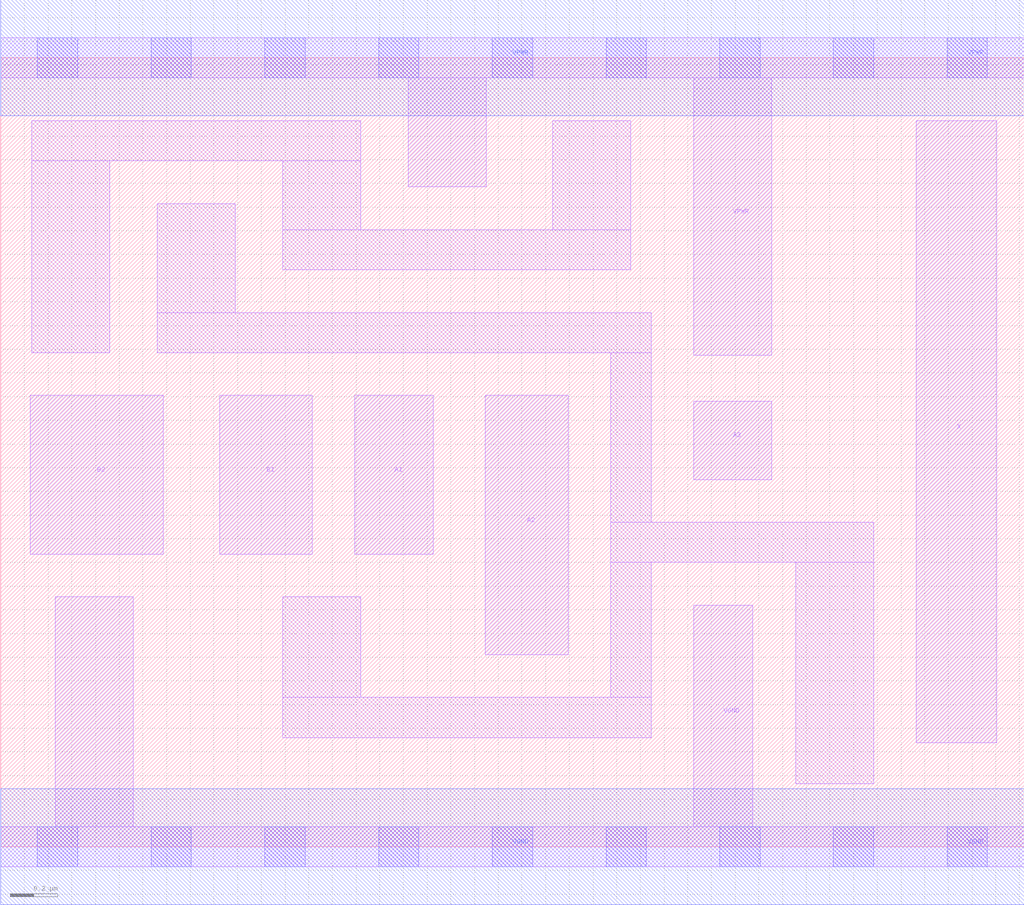
<source format=lef>
# Copyright 2020 The SkyWater PDK Authors
#
# Licensed under the Apache License, Version 2.0 (the "License");
# you may not use this file except in compliance with the License.
# You may obtain a copy of the License at
#
#     https://www.apache.org/licenses/LICENSE-2.0
#
# Unless required by applicable law or agreed to in writing, software
# distributed under the License is distributed on an "AS IS" BASIS,
# WITHOUT WARRANTIES OR CONDITIONS OF ANY KIND, either express or implied.
# See the License for the specific language governing permissions and
# limitations under the License.
#
# SPDX-License-Identifier: Apache-2.0

VERSION 5.7 ;
  NAMESCASESENSITIVE ON ;
  NOWIREEXTENSIONATPIN ON ;
  DIVIDERCHAR "/" ;
  BUSBITCHARS "[]" ;
UNITS
  DATABASE MICRONS 200 ;
END UNITS
MACRO sky130_fd_sc_lp__a32o_lp
  CLASS CORE ;
  SOURCE USER ;
  FOREIGN sky130_fd_sc_lp__a32o_lp ;
  ORIGIN  0.000000  0.000000 ;
  SIZE  4.320000 BY  3.330000 ;
  SYMMETRY X Y R90 ;
  SITE unit ;
  PIN A1
    ANTENNAGATEAREA  0.313000 ;
    DIRECTION INPUT ;
    USE SIGNAL ;
    PORT
      LAYER li1 ;
        RECT 1.495000 1.235000 1.825000 1.905000 ;
    END
  END A1
  PIN A2
    ANTENNAGATEAREA  0.313000 ;
    DIRECTION INPUT ;
    USE SIGNAL ;
    PORT
      LAYER li1 ;
        RECT 2.045000 0.810000 2.395000 1.905000 ;
    END
  END A2
  PIN A3
    ANTENNAGATEAREA  0.313000 ;
    DIRECTION INPUT ;
    USE SIGNAL ;
    PORT
      LAYER li1 ;
        RECT 2.925000 1.550000 3.255000 1.880000 ;
    END
  END A3
  PIN B1
    ANTENNAGATEAREA  0.313000 ;
    DIRECTION INPUT ;
    USE SIGNAL ;
    PORT
      LAYER li1 ;
        RECT 0.925000 1.235000 1.315000 1.905000 ;
    END
  END B1
  PIN B2
    ANTENNAGATEAREA  0.313000 ;
    DIRECTION INPUT ;
    USE SIGNAL ;
    PORT
      LAYER li1 ;
        RECT 0.125000 1.235000 0.685000 1.905000 ;
    END
  END B2
  PIN X
    ANTENNADIFFAREA  0.442500 ;
    DIRECTION OUTPUT ;
    USE SIGNAL ;
    PORT
      LAYER li1 ;
        RECT 3.865000 0.440000 4.205000 3.065000 ;
    END
  END X
  PIN VGND
    DIRECTION INOUT ;
    USE GROUND ;
    PORT
      LAYER li1 ;
        RECT 0.000000 -0.085000 4.320000 0.085000 ;
        RECT 0.230000  0.085000 0.560000 1.055000 ;
        RECT 2.925000  0.085000 3.175000 1.020000 ;
      LAYER mcon ;
        RECT 0.155000 -0.085000 0.325000 0.085000 ;
        RECT 0.635000 -0.085000 0.805000 0.085000 ;
        RECT 1.115000 -0.085000 1.285000 0.085000 ;
        RECT 1.595000 -0.085000 1.765000 0.085000 ;
        RECT 2.075000 -0.085000 2.245000 0.085000 ;
        RECT 2.555000 -0.085000 2.725000 0.085000 ;
        RECT 3.035000 -0.085000 3.205000 0.085000 ;
        RECT 3.515000 -0.085000 3.685000 0.085000 ;
        RECT 3.995000 -0.085000 4.165000 0.085000 ;
      LAYER met1 ;
        RECT 0.000000 -0.245000 4.320000 0.245000 ;
    END
  END VGND
  PIN VPWR
    DIRECTION INOUT ;
    USE POWER ;
    PORT
      LAYER li1 ;
        RECT 0.000000 3.245000 4.320000 3.415000 ;
        RECT 1.720000 2.785000 2.050000 3.245000 ;
        RECT 2.925000 2.075000 3.255000 3.245000 ;
      LAYER mcon ;
        RECT 0.155000 3.245000 0.325000 3.415000 ;
        RECT 0.635000 3.245000 0.805000 3.415000 ;
        RECT 1.115000 3.245000 1.285000 3.415000 ;
        RECT 1.595000 3.245000 1.765000 3.415000 ;
        RECT 2.075000 3.245000 2.245000 3.415000 ;
        RECT 2.555000 3.245000 2.725000 3.415000 ;
        RECT 3.035000 3.245000 3.205000 3.415000 ;
        RECT 3.515000 3.245000 3.685000 3.415000 ;
        RECT 3.995000 3.245000 4.165000 3.415000 ;
      LAYER met1 ;
        RECT 0.000000 3.085000 4.320000 3.575000 ;
    END
  END VPWR
  OBS
    LAYER li1 ;
      RECT 0.130000 2.085000 0.460000 2.895000 ;
      RECT 0.130000 2.895000 1.520000 3.065000 ;
      RECT 0.660000 2.085000 2.745000 2.255000 ;
      RECT 0.660000 2.255000 0.990000 2.715000 ;
      RECT 1.190000 0.460000 2.745000 0.630000 ;
      RECT 1.190000 0.630000 1.520000 1.055000 ;
      RECT 1.190000 2.435000 2.660000 2.605000 ;
      RECT 1.190000 2.605000 1.520000 2.895000 ;
      RECT 2.330000 2.605000 2.660000 3.065000 ;
      RECT 2.575000 0.630000 2.745000 1.200000 ;
      RECT 2.575000 1.200000 3.685000 1.370000 ;
      RECT 2.575000 1.370000 2.745000 2.085000 ;
      RECT 3.355000 0.265000 3.685000 1.200000 ;
  END
END sky130_fd_sc_lp__a32o_lp

</source>
